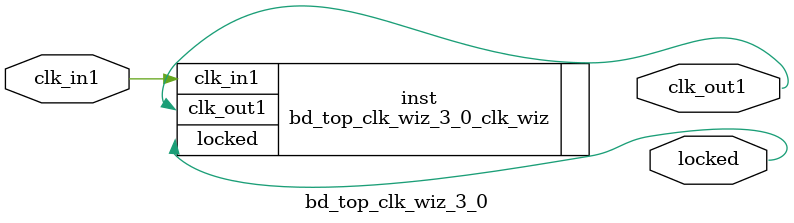
<source format=v>


`timescale 1ps/1ps

(* CORE_GENERATION_INFO = "bd_top_clk_wiz_3_0,clk_wiz_v6_0_4_0_0,{component_name=bd_top_clk_wiz_3_0,use_phase_alignment=true,use_min_o_jitter=false,use_max_i_jitter=false,use_dyn_phase_shift=false,use_inclk_switchover=false,use_dyn_reconfig=false,enable_axi=0,feedback_source=FDBK_AUTO,PRIMITIVE=PLL,num_out_clk=1,clkin1_period=10.000,clkin2_period=10.000,use_power_down=false,use_reset=false,use_locked=true,use_inclk_stopped=false,feedback_type=SINGLE,CLOCK_MGR_TYPE=NA,manual_override=false}" *)

module bd_top_clk_wiz_3_0 
 (
  // Clock out ports
  output        clk_out1,
  // Status and control signals
  output        locked,
 // Clock in ports
  input         clk_in1
 );

  bd_top_clk_wiz_3_0_clk_wiz inst
  (
  // Clock out ports  
  .clk_out1(clk_out1),
  // Status and control signals               
  .locked(locked),
 // Clock in ports
  .clk_in1(clk_in1)
  );

endmodule

</source>
